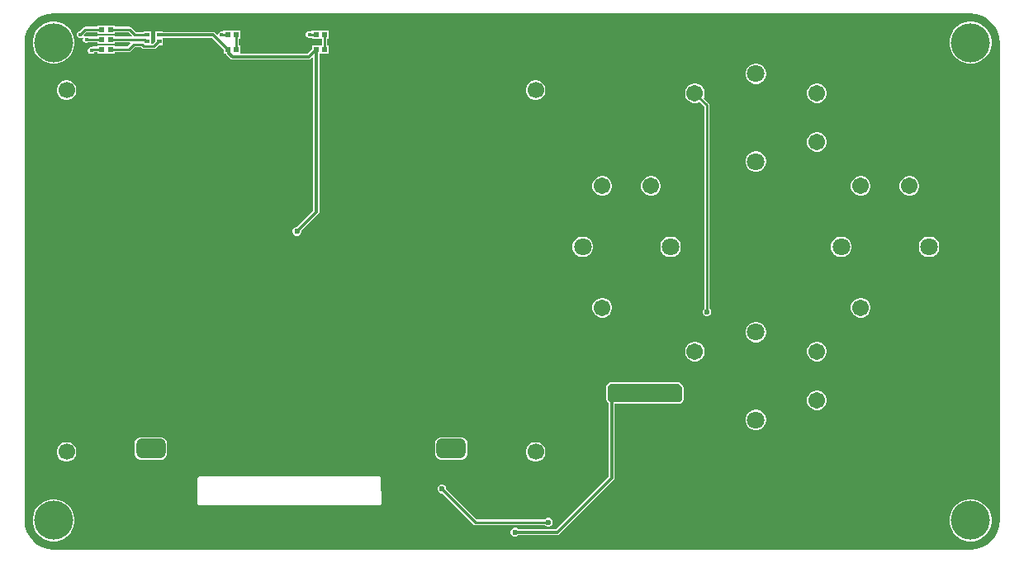
<source format=gbr>
%TF.GenerationSoftware,Altium Limited,Altium Designer,22.5.1 (42)*%
G04 Layer_Physical_Order=1*
G04 Layer_Color=255*
%FSLAX45Y45*%
%MOMM*%
%TF.SameCoordinates,ADDB7551-072C-4BAF-947E-D85C9ED3ECA7*%
%TF.FilePolarity,Positive*%
%TF.FileFunction,Copper,L1,Top,Signal*%
%TF.Part,Single*%
G01*
G75*
%TA.AperFunction,SMDPad,CuDef*%
%ADD10R,0.56566X0.54000*%
%ADD11R,0.50000X0.40000*%
%TA.AperFunction,Conductor*%
%ADD12C,0.25400*%
%ADD13C,0.30000*%
%TA.AperFunction,ComponentPad*%
G04:AMPARAMS|DCode=14|XSize=3mm|YSize=2mm|CornerRadius=0.5mm|HoleSize=0mm|Usage=FLASHONLY|Rotation=0.000|XOffset=0mm|YOffset=0mm|HoleType=Round|Shape=RoundedRectangle|*
%AMROUNDEDRECTD14*
21,1,3.00000,1.00000,0,0,0.0*
21,1,2.00000,2.00000,0,0,0.0*
1,1,1.00000,1.00000,-0.50000*
1,1,1.00000,-1.00000,-0.50000*
1,1,1.00000,-1.00000,0.50000*
1,1,1.00000,1.00000,0.50000*
%
%ADD14ROUNDEDRECTD14*%
%ADD15C,1.70000*%
%ADD16C,1.70790*%
%ADD17C,1.80000*%
%TA.AperFunction,ViaPad*%
%ADD18C,4.00000*%
%ADD19C,0.60000*%
%ADD20C,0.40000*%
G36*
X9758526Y5494235D02*
X9814804Y5477164D01*
X9866670Y5449441D01*
X9912131Y5412132D01*
X9949440Y5366671D01*
X9977163Y5314805D01*
X9994235Y5258527D01*
X9999998Y5200000D01*
X9999999Y299999D01*
X9994235Y241473D01*
X9977163Y185194D01*
X9949440Y133329D01*
X9912132Y87868D01*
X9866671Y50559D01*
X9814804Y22836D01*
X9758527Y5764D01*
X9699999Y0D01*
X300000Y-1D01*
X241472Y5764D01*
X185194Y22835D01*
X133328Y50558D01*
X87867Y87867D01*
X50559Y133328D01*
X22835Y185194D01*
X5764Y241472D01*
X-1Y299999D01*
X-1Y5199999D01*
X5764Y5258526D01*
X22835Y5314804D01*
X50558Y5366670D01*
X87867Y5412131D01*
X133328Y5449440D01*
X185193Y5477163D01*
X241472Y5494234D01*
X299999Y5499999D01*
X9699999Y5500000D01*
X9758526Y5494235D01*
D02*
G37*
%LPC*%
G36*
X924764Y5376000D02*
X751636D01*
Y5362243D01*
X622301D01*
X622300Y5362243D01*
X611492Y5360093D01*
X602329Y5353971D01*
X602329Y5353970D01*
X566558Y5318200D01*
X564538D01*
X551674Y5312872D01*
X541828Y5303026D01*
X536500Y5290162D01*
Y5276238D01*
X541828Y5263374D01*
X551674Y5253528D01*
X564538Y5248200D01*
X578462D01*
X591326Y5253528D01*
X592684Y5254887D01*
X603451Y5247693D01*
X600000Y5239362D01*
Y5225438D01*
X605328Y5212574D01*
X615174Y5202728D01*
X628038Y5197400D01*
X641962D01*
X654826Y5202728D01*
X656255Y5204157D01*
X751636D01*
Y5190400D01*
X924764D01*
Y5204157D01*
X1082255D01*
X1087516Y5191457D01*
X1055101Y5159043D01*
X924764D01*
Y5172800D01*
X751636D01*
Y5159043D01*
X702452D01*
X702451Y5159043D01*
X691643Y5156893D01*
X685966Y5153100D01*
X678838D01*
X665974Y5147772D01*
X656128Y5137926D01*
X650800Y5125062D01*
Y5111138D01*
X656128Y5098274D01*
X665974Y5088428D01*
X678838Y5083100D01*
X692762D01*
X705626Y5088428D01*
X715472Y5098274D01*
X717246Y5102557D01*
X751636D01*
Y5088800D01*
X924764D01*
Y5102557D01*
X1066799D01*
X1066800Y5102557D01*
X1077608Y5104707D01*
X1086771Y5110829D01*
X1129298Y5153357D01*
X1193432D01*
X1204360Y5142429D01*
X1204361Y5142428D01*
X1213524Y5136306D01*
X1224332Y5134156D01*
X1328094D01*
X1328095Y5134156D01*
X1338903Y5136306D01*
X1348066Y5142428D01*
X1380736Y5175099D01*
X1420795D01*
X1420795Y5245098D01*
X1431666Y5249514D01*
X1921883D01*
X2041854Y5129543D01*
Y5088800D01*
X2068027D01*
X2070160Y5078075D01*
X2076791Y5068151D01*
X2111971Y5032972D01*
X2111971Y5032971D01*
X2121895Y5026341D01*
X2133600Y5024012D01*
X2133601Y5024012D01*
X2914534D01*
X2914536Y5024012D01*
X2926241Y5026341D01*
X2936165Y5032971D01*
X2949697Y5046504D01*
X2961431Y5041644D01*
Y3474588D01*
X2795742Y3308900D01*
X2785049D01*
X2768510Y3302049D01*
X2755851Y3289390D01*
X2749000Y3272851D01*
Y3254949D01*
X2755851Y3238410D01*
X2768510Y3225751D01*
X2785049Y3218900D01*
X2802951D01*
X2819490Y3225751D01*
X2832149Y3238410D01*
X2839000Y3254949D01*
Y3265642D01*
X3013647Y3440290D01*
X3020278Y3450213D01*
X3022606Y3461918D01*
X3022606Y3461920D01*
Y5088800D01*
X3121864D01*
Y5172800D01*
X3106824D01*
Y5241200D01*
X3121864D01*
Y5325200D01*
X2948736D01*
Y5322295D01*
X2947621Y5320968D01*
X2936035Y5314856D01*
X2927962Y5318200D01*
X2914038D01*
X2901174Y5312872D01*
X2891328Y5303026D01*
X2886000Y5290162D01*
Y5276238D01*
X2891328Y5263374D01*
X2901174Y5253528D01*
X2914038Y5248200D01*
X2927962D01*
X2936035Y5251544D01*
X2947621Y5245432D01*
X2948736Y5244105D01*
Y5241200D01*
X3050339D01*
Y5172800D01*
X2948736D01*
Y5132058D01*
X2901866Y5085188D01*
X2226187D01*
X2214983Y5088800D01*
Y5172800D01*
X2199943D01*
Y5241200D01*
X2214983D01*
Y5325200D01*
X2041854D01*
Y5322076D01*
X2029165Y5313585D01*
X2015242D01*
X2002378Y5308257D01*
X1992532Y5298411D01*
X1988118Y5287754D01*
X1979959Y5284327D01*
X1974504Y5283408D01*
X1956182Y5301730D01*
X1946258Y5308360D01*
X1934553Y5310689D01*
X1934552Y5310689D01*
X1420795D01*
Y5315101D01*
X1340795D01*
X1340795Y5245101D01*
X1340795Y5232401D01*
Y5215040D01*
X1316396Y5190642D01*
X1300805D01*
Y5232401D01*
X1300805Y5245098D01*
X1300806D01*
Y5245102D01*
X1300805D01*
Y5315101D01*
X1220805D01*
Y5308344D01*
X1145098D01*
X1099471Y5353971D01*
X1090308Y5360093D01*
X1079500Y5362243D01*
X1079499Y5362243D01*
X924764D01*
Y5376000D01*
D02*
G37*
G36*
X9721176Y5415000D02*
X9678824D01*
X9637287Y5406738D01*
X9598159Y5390530D01*
X9562946Y5367001D01*
X9532998Y5337054D01*
X9509469Y5301841D01*
X9493262Y5262713D01*
X9485000Y5221176D01*
Y5178824D01*
X9493262Y5137287D01*
X9509469Y5098159D01*
X9532998Y5062946D01*
X9562946Y5032999D01*
X9598159Y5009470D01*
X9637287Y4993262D01*
X9678824Y4985000D01*
X9721176D01*
X9762713Y4993262D01*
X9801840Y5009470D01*
X9837054Y5032999D01*
X9867001Y5062946D01*
X9890530Y5098159D01*
X9906738Y5137287D01*
X9915000Y5178824D01*
Y5221176D01*
X9906738Y5262713D01*
X9890530Y5301841D01*
X9867001Y5337054D01*
X9837054Y5367001D01*
X9801840Y5390530D01*
X9762713Y5406738D01*
X9721176Y5415000D01*
D02*
G37*
G36*
X321176D02*
X278824D01*
X237287Y5406738D01*
X198159Y5390530D01*
X162946Y5367001D01*
X132998Y5337054D01*
X109469Y5301841D01*
X93262Y5262713D01*
X85000Y5221176D01*
Y5178824D01*
X93262Y5137287D01*
X109469Y5098159D01*
X132998Y5062946D01*
X162946Y5032999D01*
X198159Y5009470D01*
X237287Y4993262D01*
X278824Y4985000D01*
X321176D01*
X362713Y4993262D01*
X401840Y5009470D01*
X437054Y5032999D01*
X467001Y5062946D01*
X490530Y5098159D01*
X506738Y5137287D01*
X515000Y5178824D01*
Y5221176D01*
X506738Y5262713D01*
X490530Y5301841D01*
X467001Y5337054D01*
X437054Y5367001D01*
X401840Y5390530D01*
X362713Y5406738D01*
X321176Y5415000D01*
D02*
G37*
G36*
X7513423Y4985600D02*
X7485776D01*
X7459071Y4978444D01*
X7435129Y4964621D01*
X7415579Y4945072D01*
X7401756Y4921129D01*
X7394600Y4894424D01*
Y4866777D01*
X7401756Y4840072D01*
X7415579Y4816129D01*
X7435129Y4796580D01*
X7459071Y4782756D01*
X7485776Y4775601D01*
X7513423D01*
X7540128Y4782756D01*
X7564071Y4796580D01*
X7583621Y4816129D01*
X7597444Y4840072D01*
X7604600Y4866777D01*
Y4894424D01*
X7597444Y4921129D01*
X7583621Y4945072D01*
X7564071Y4964621D01*
X7540128Y4978444D01*
X7513423Y4985600D01*
D02*
G37*
G36*
X5254865Y4812737D02*
X5228535D01*
X5203102Y4805922D01*
X5180299Y4792756D01*
X5161680Y4774138D01*
X5148515Y4751335D01*
X5141700Y4725902D01*
Y4699571D01*
X5148515Y4674138D01*
X5161680Y4651336D01*
X5180299Y4632717D01*
X5203102Y4619552D01*
X5228535Y4612737D01*
X5254865D01*
X5280298Y4619552D01*
X5303101Y4632717D01*
X5321720Y4651336D01*
X5334885Y4674138D01*
X5341700Y4699571D01*
Y4725902D01*
X5334885Y4751335D01*
X5321720Y4774138D01*
X5303101Y4792756D01*
X5280298Y4805922D01*
X5254865Y4812737D01*
D02*
G37*
G36*
X444865D02*
X418535D01*
X393102Y4805922D01*
X370299Y4792756D01*
X351680Y4774138D01*
X338515Y4751335D01*
X331700Y4725902D01*
Y4699571D01*
X338515Y4674138D01*
X351680Y4651336D01*
X370299Y4632717D01*
X393102Y4619552D01*
X418535Y4612737D01*
X444865D01*
X470298Y4619552D01*
X493101Y4632717D01*
X511720Y4651336D01*
X524885Y4674138D01*
X531700Y4699571D01*
Y4725902D01*
X524885Y4751335D01*
X511720Y4774138D01*
X493101Y4792756D01*
X470298Y4805922D01*
X444865Y4812737D01*
D02*
G37*
G36*
X8137817Y4780995D02*
X8111383D01*
X8085849Y4774153D01*
X8062956Y4760936D01*
X8044264Y4742244D01*
X8031047Y4719351D01*
X8024205Y4693817D01*
Y4667383D01*
X8031047Y4641849D01*
X8044264Y4618956D01*
X8062956Y4600264D01*
X8085849Y4587047D01*
X8111383Y4580205D01*
X8137817D01*
X8163351Y4587047D01*
X8186244Y4600264D01*
X8204936Y4618956D01*
X8218153Y4641849D01*
X8224995Y4667383D01*
Y4693817D01*
X8218153Y4719351D01*
X8204936Y4742244D01*
X8186244Y4760936D01*
X8163351Y4774153D01*
X8137817Y4780995D01*
D02*
G37*
G36*
Y4280995D02*
X8111383D01*
X8085849Y4274153D01*
X8062956Y4260936D01*
X8044264Y4242244D01*
X8031047Y4219351D01*
X8024205Y4193817D01*
Y4167383D01*
X8031047Y4141849D01*
X8044264Y4118956D01*
X8062956Y4100264D01*
X8085849Y4087047D01*
X8111383Y4080205D01*
X8137817D01*
X8163351Y4087047D01*
X8186244Y4100264D01*
X8204936Y4118956D01*
X8218153Y4141849D01*
X8224995Y4167383D01*
Y4193817D01*
X8218153Y4219351D01*
X8204936Y4242244D01*
X8186244Y4260936D01*
X8163351Y4274153D01*
X8137817Y4280995D01*
D02*
G37*
G36*
X7513423Y4085599D02*
X7485776D01*
X7459071Y4078444D01*
X7435129Y4064620D01*
X7415579Y4045071D01*
X7401756Y4021128D01*
X7394600Y3994423D01*
Y3966776D01*
X7401756Y3940071D01*
X7415579Y3916128D01*
X7435129Y3896579D01*
X7459071Y3882756D01*
X7485776Y3875600D01*
X7513423D01*
X7540128Y3882756D01*
X7564071Y3896579D01*
X7583621Y3916128D01*
X7597444Y3940071D01*
X7604600Y3966776D01*
Y3994423D01*
X7597444Y4021128D01*
X7583621Y4045071D01*
X7564071Y4064620D01*
X7540128Y4078444D01*
X7513423Y4085599D01*
D02*
G37*
G36*
X9087817Y3830995D02*
X9061383D01*
X9035849Y3824153D01*
X9012956Y3810936D01*
X8994264Y3792244D01*
X8981047Y3769351D01*
X8974205Y3743817D01*
Y3717383D01*
X8981047Y3691849D01*
X8994264Y3668956D01*
X9012956Y3650264D01*
X9035849Y3637047D01*
X9061383Y3630205D01*
X9087817D01*
X9113351Y3637047D01*
X9136244Y3650264D01*
X9154936Y3668956D01*
X9168153Y3691849D01*
X9174995Y3717383D01*
Y3743817D01*
X9168153Y3769351D01*
X9154936Y3792244D01*
X9136244Y3810936D01*
X9113351Y3824153D01*
X9087817Y3830995D01*
D02*
G37*
G36*
X8587817D02*
X8561383D01*
X8535849Y3824153D01*
X8512956Y3810936D01*
X8494264Y3792244D01*
X8481047Y3769351D01*
X8474205Y3743817D01*
Y3717383D01*
X8481047Y3691849D01*
X8494264Y3668956D01*
X8512956Y3650264D01*
X8535849Y3637047D01*
X8561383Y3630205D01*
X8587817D01*
X8613351Y3637047D01*
X8636244Y3650264D01*
X8654936Y3668956D01*
X8668153Y3691849D01*
X8674995Y3717383D01*
Y3743817D01*
X8668153Y3769351D01*
X8654936Y3792244D01*
X8636244Y3810936D01*
X8613351Y3824153D01*
X8587817Y3830995D01*
D02*
G37*
G36*
X6437817D02*
X6411383D01*
X6385849Y3824153D01*
X6362956Y3810936D01*
X6344264Y3792244D01*
X6331047Y3769351D01*
X6324205Y3743817D01*
Y3717383D01*
X6331047Y3691849D01*
X6344264Y3668956D01*
X6362956Y3650264D01*
X6385849Y3637047D01*
X6411383Y3630205D01*
X6437817D01*
X6463351Y3637047D01*
X6486244Y3650264D01*
X6504936Y3668956D01*
X6518153Y3691849D01*
X6524995Y3717383D01*
Y3743817D01*
X6518153Y3769351D01*
X6504936Y3792244D01*
X6486244Y3810936D01*
X6463351Y3824153D01*
X6437817Y3830995D01*
D02*
G37*
G36*
X5937817D02*
X5911383D01*
X5885849Y3824153D01*
X5862956Y3810936D01*
X5844264Y3792244D01*
X5831047Y3769351D01*
X5824205Y3743817D01*
Y3717383D01*
X5831047Y3691849D01*
X5844264Y3668956D01*
X5862956Y3650264D01*
X5885849Y3637047D01*
X5911383Y3630205D01*
X5937817D01*
X5963351Y3637047D01*
X5986244Y3650264D01*
X6004936Y3668956D01*
X6018153Y3691849D01*
X6024995Y3717383D01*
Y3743817D01*
X6018153Y3769351D01*
X6004936Y3792244D01*
X5986244Y3810936D01*
X5963351Y3824153D01*
X5937817Y3830995D01*
D02*
G37*
G36*
X9288424Y3210600D02*
X9260777D01*
X9234072Y3203444D01*
X9210129Y3189621D01*
X9190580Y3170071D01*
X9176756Y3146129D01*
X9169600Y3119424D01*
Y3091777D01*
X9176756Y3065072D01*
X9190580Y3041129D01*
X9210129Y3021579D01*
X9234072Y3007756D01*
X9260777Y3000600D01*
X9288424D01*
X9315129Y3007756D01*
X9339071Y3021579D01*
X9358621Y3041129D01*
X9372444Y3065072D01*
X9379600Y3091777D01*
Y3119424D01*
X9372444Y3146129D01*
X9358621Y3170071D01*
X9339071Y3189621D01*
X9315129Y3203444D01*
X9288424Y3210600D01*
D02*
G37*
G36*
X8388423D02*
X8360777D01*
X8334071Y3203444D01*
X8310129Y3189621D01*
X8290579Y3170071D01*
X8276756Y3146129D01*
X8269600Y3119424D01*
Y3091777D01*
X8276756Y3065072D01*
X8290579Y3041129D01*
X8310129Y3021579D01*
X8334071Y3007756D01*
X8360777Y3000600D01*
X8388423D01*
X8415128Y3007756D01*
X8439071Y3021579D01*
X8458621Y3041129D01*
X8472444Y3065072D01*
X8479600Y3091777D01*
Y3119424D01*
X8472444Y3146129D01*
X8458621Y3170071D01*
X8439071Y3189621D01*
X8415128Y3203444D01*
X8388423Y3210600D01*
D02*
G37*
G36*
X6638424D02*
X6610777D01*
X6584072Y3203444D01*
X6560129Y3189621D01*
X6540580Y3170071D01*
X6526756Y3146129D01*
X6519600Y3119424D01*
Y3091777D01*
X6526756Y3065072D01*
X6540580Y3041129D01*
X6560129Y3021579D01*
X6584072Y3007756D01*
X6610777Y3000600D01*
X6638424D01*
X6665129Y3007756D01*
X6689071Y3021579D01*
X6708621Y3041129D01*
X6722444Y3065072D01*
X6729600Y3091777D01*
Y3119424D01*
X6722444Y3146129D01*
X6708621Y3170071D01*
X6689071Y3189621D01*
X6665129Y3203444D01*
X6638424Y3210600D01*
D02*
G37*
G36*
X5738423D02*
X5710776D01*
X5684071Y3203444D01*
X5660129Y3189621D01*
X5640579Y3170071D01*
X5626756Y3146129D01*
X5619600Y3119424D01*
Y3091777D01*
X5626756Y3065072D01*
X5640579Y3041129D01*
X5660129Y3021579D01*
X5684071Y3007756D01*
X5710776Y3000600D01*
X5738423D01*
X5765128Y3007756D01*
X5789071Y3021579D01*
X5808621Y3041129D01*
X5822444Y3065072D01*
X5829600Y3091777D01*
Y3119424D01*
X5822444Y3146129D01*
X5808621Y3170071D01*
X5789071Y3189621D01*
X5765128Y3203444D01*
X5738423Y3210600D01*
D02*
G37*
G36*
X6887817Y4780995D02*
X6861383D01*
X6835849Y4774153D01*
X6812956Y4760936D01*
X6794264Y4742244D01*
X6781047Y4719351D01*
X6774205Y4693817D01*
Y4667383D01*
X6781047Y4641849D01*
X6794264Y4618956D01*
X6812956Y4600264D01*
X6835849Y4587047D01*
X6861383Y4580205D01*
X6887817D01*
X6913351Y4587047D01*
X6922772Y4592486D01*
X6969457Y4545801D01*
Y2473797D01*
X6959551Y2463890D01*
X6952700Y2447351D01*
Y2429449D01*
X6959551Y2412910D01*
X6972210Y2400251D01*
X6988749Y2393400D01*
X7006651D01*
X7023190Y2400251D01*
X7035849Y2412910D01*
X7042700Y2429449D01*
Y2447351D01*
X7035849Y2463890D01*
X7025943Y2473797D01*
Y4557499D01*
X7025943Y4557500D01*
X7023793Y4568308D01*
X7017671Y4577471D01*
X6962714Y4632428D01*
X6968153Y4641849D01*
X6974995Y4667383D01*
Y4693817D01*
X6968153Y4719351D01*
X6954936Y4742244D01*
X6936244Y4760936D01*
X6913351Y4774153D01*
X6887817Y4780995D01*
D02*
G37*
G36*
X8587817Y2580995D02*
X8561383D01*
X8535849Y2574153D01*
X8512956Y2560936D01*
X8494264Y2542244D01*
X8481047Y2519351D01*
X8474205Y2493817D01*
Y2467383D01*
X8481047Y2441849D01*
X8494264Y2418956D01*
X8512956Y2400264D01*
X8535849Y2387047D01*
X8561383Y2380205D01*
X8587817D01*
X8613351Y2387047D01*
X8636244Y2400264D01*
X8654936Y2418956D01*
X8668153Y2441849D01*
X8674995Y2467383D01*
Y2493817D01*
X8668153Y2519351D01*
X8654936Y2542244D01*
X8636244Y2560936D01*
X8613351Y2574153D01*
X8587817Y2580995D01*
D02*
G37*
G36*
X5937817D02*
X5911383D01*
X5885849Y2574153D01*
X5862956Y2560936D01*
X5844264Y2542244D01*
X5831047Y2519351D01*
X5824205Y2493817D01*
Y2467383D01*
X5831047Y2441849D01*
X5844264Y2418956D01*
X5862956Y2400264D01*
X5885849Y2387047D01*
X5911383Y2380205D01*
X5937817D01*
X5963351Y2387047D01*
X5986244Y2400264D01*
X6004936Y2418956D01*
X6018153Y2441849D01*
X6024995Y2467383D01*
Y2493817D01*
X6018153Y2519351D01*
X6004936Y2542244D01*
X5986244Y2560936D01*
X5963351Y2574153D01*
X5937817Y2580995D01*
D02*
G37*
G36*
X7513423Y2335600D02*
X7485776D01*
X7459071Y2328444D01*
X7435129Y2314621D01*
X7415579Y2295071D01*
X7401756Y2271129D01*
X7394600Y2244424D01*
Y2216777D01*
X7401756Y2190072D01*
X7415579Y2166129D01*
X7435129Y2146579D01*
X7459071Y2132756D01*
X7485776Y2125600D01*
X7513423D01*
X7540128Y2132756D01*
X7564071Y2146579D01*
X7583621Y2166129D01*
X7597444Y2190072D01*
X7604600Y2216777D01*
Y2244424D01*
X7597444Y2271129D01*
X7583621Y2295071D01*
X7564071Y2314621D01*
X7540128Y2328444D01*
X7513423Y2335600D01*
D02*
G37*
G36*
X8137817Y2130995D02*
X8111383D01*
X8085849Y2124153D01*
X8062956Y2110936D01*
X8044264Y2092244D01*
X8031047Y2069351D01*
X8024205Y2043817D01*
Y2017383D01*
X8031047Y1991849D01*
X8044264Y1968956D01*
X8062956Y1950264D01*
X8085849Y1937047D01*
X8111383Y1930205D01*
X8137817D01*
X8163351Y1937047D01*
X8186244Y1950264D01*
X8204936Y1968956D01*
X8218153Y1991849D01*
X8224995Y2017383D01*
Y2043817D01*
X8218153Y2069351D01*
X8204936Y2092244D01*
X8186244Y2110936D01*
X8163351Y2124153D01*
X8137817Y2130995D01*
D02*
G37*
G36*
X6887817D02*
X6861383D01*
X6835849Y2124153D01*
X6812956Y2110936D01*
X6794264Y2092244D01*
X6781047Y2069351D01*
X6774205Y2043817D01*
Y2017383D01*
X6781047Y1991849D01*
X6794264Y1968956D01*
X6812956Y1950264D01*
X6835849Y1937047D01*
X6861383Y1930205D01*
X6887817D01*
X6913351Y1937047D01*
X6936244Y1950264D01*
X6954936Y1968956D01*
X6968153Y1991849D01*
X6974995Y2017383D01*
Y2043817D01*
X6968153Y2069351D01*
X6954936Y2092244D01*
X6936244Y2110936D01*
X6913351Y2124153D01*
X6887817Y2130995D01*
D02*
G37*
G36*
X8137817Y1630995D02*
X8111383D01*
X8085849Y1624153D01*
X8062956Y1610936D01*
X8044264Y1592244D01*
X8031047Y1569351D01*
X8024205Y1543817D01*
Y1517383D01*
X8031047Y1491849D01*
X8044264Y1468956D01*
X8062956Y1450264D01*
X8085849Y1437047D01*
X8111383Y1430205D01*
X8137817D01*
X8163351Y1437047D01*
X8186244Y1450264D01*
X8204936Y1468956D01*
X8218153Y1491849D01*
X8224995Y1517383D01*
Y1543817D01*
X8218153Y1569351D01*
X8204936Y1592244D01*
X8186244Y1610936D01*
X8163351Y1624153D01*
X8137817Y1630995D01*
D02*
G37*
G36*
X7513423Y1435600D02*
X7485776D01*
X7459071Y1428444D01*
X7435129Y1414620D01*
X7415579Y1395071D01*
X7401756Y1371128D01*
X7394600Y1344423D01*
Y1316776D01*
X7401756Y1290071D01*
X7415579Y1266129D01*
X7435129Y1246579D01*
X7459071Y1232756D01*
X7485776Y1225600D01*
X7513423D01*
X7540128Y1232756D01*
X7564071Y1246579D01*
X7583621Y1266129D01*
X7597444Y1290071D01*
X7604600Y1316776D01*
Y1344423D01*
X7597444Y1371128D01*
X7583621Y1395071D01*
X7564071Y1414620D01*
X7540128Y1428444D01*
X7513423Y1435600D01*
D02*
G37*
G36*
X4476700Y1153298D02*
X4276700D01*
X4259731Y1151064D01*
X4243919Y1144514D01*
X4230342Y1134096D01*
X4219923Y1120517D01*
X4213373Y1104706D01*
X4211139Y1087737D01*
Y987737D01*
X4213373Y970768D01*
X4219923Y954957D01*
X4230342Y941379D01*
X4243919Y930960D01*
X4259731Y924410D01*
X4276700Y922176D01*
X4476700D01*
X4493668Y924410D01*
X4509480Y930960D01*
X4523058Y941379D01*
X4533477Y954957D01*
X4540027Y970768D01*
X4542261Y987737D01*
Y1087737D01*
X4540027Y1104706D01*
X4533477Y1120517D01*
X4523058Y1134096D01*
X4509480Y1144514D01*
X4493668Y1151064D01*
X4476700Y1153298D01*
D02*
G37*
G36*
X1396700D02*
X1196700D01*
X1179731Y1151064D01*
X1163919Y1144514D01*
X1150342Y1134096D01*
X1139923Y1120517D01*
X1133373Y1104706D01*
X1131139Y1087737D01*
Y987737D01*
X1133373Y970768D01*
X1139923Y954957D01*
X1150342Y941379D01*
X1163919Y930960D01*
X1179731Y924410D01*
X1196700Y922176D01*
X1396700D01*
X1413668Y924410D01*
X1429481Y930960D01*
X1443058Y941379D01*
X1453477Y954957D01*
X1460027Y970768D01*
X1462261Y987737D01*
Y1087737D01*
X1460027Y1104706D01*
X1453477Y1120517D01*
X1443058Y1134096D01*
X1429481Y1144514D01*
X1413668Y1151064D01*
X1396700Y1153298D01*
D02*
G37*
G36*
X5254865Y1102737D02*
X5228535D01*
X5203102Y1095922D01*
X5180299Y1082757D01*
X5161680Y1064138D01*
X5148515Y1041335D01*
X5141700Y1015902D01*
Y989572D01*
X5148515Y964139D01*
X5161680Y941336D01*
X5180299Y922717D01*
X5203102Y909552D01*
X5228535Y902737D01*
X5254865D01*
X5280298Y909552D01*
X5303101Y922717D01*
X5321720Y941336D01*
X5334885Y964139D01*
X5341700Y989572D01*
Y1015902D01*
X5334885Y1041335D01*
X5321720Y1064138D01*
X5303101Y1082757D01*
X5280298Y1095922D01*
X5254865Y1102737D01*
D02*
G37*
G36*
X444865D02*
X418535D01*
X393102Y1095922D01*
X370299Y1082757D01*
X351680Y1064138D01*
X338515Y1041335D01*
X331700Y1015902D01*
Y989572D01*
X338515Y964139D01*
X351680Y941336D01*
X370299Y922717D01*
X393102Y909552D01*
X418535Y902737D01*
X444865D01*
X470298Y909552D01*
X493101Y922717D01*
X511720Y941336D01*
X524885Y964139D01*
X531700Y989572D01*
Y1015902D01*
X524885Y1041335D01*
X511720Y1064138D01*
X493101Y1082757D01*
X470298Y1095922D01*
X444865Y1102737D01*
D02*
G37*
G36*
X3638804Y750466D02*
X1790700D01*
X1779219Y745711D01*
X1774464Y734230D01*
Y469900D01*
X1779219Y458419D01*
X1790700Y453664D01*
X3641855D01*
X3641948Y453703D01*
X3642042Y453665D01*
X3647667Y456072D01*
X3653335Y458419D01*
X3653374Y458513D01*
X3653467Y458553D01*
X3655747Y464243D01*
X3658090Y469900D01*
X3658052Y469993D01*
X3658089Y470087D01*
X3655039Y734418D01*
X3652628Y740052D01*
X3650284Y745711D01*
X3650191Y745750D01*
X3650151Y745843D01*
X3644461Y748123D01*
X3638804Y750466D01*
D02*
G37*
G36*
X4288851Y667300D02*
X4270949D01*
X4254410Y660449D01*
X4241751Y647790D01*
X4234900Y631251D01*
Y613349D01*
X4241751Y596810D01*
X4254410Y584151D01*
X4270949Y577300D01*
X4284958D01*
X4602829Y259430D01*
X4602829Y259429D01*
X4611992Y253307D01*
X4622800Y251157D01*
X5336703D01*
X5346610Y241251D01*
X5363149Y234400D01*
X5381051D01*
X5397590Y241251D01*
X5410249Y253910D01*
X5417100Y270449D01*
Y288351D01*
X5410249Y304890D01*
X5397590Y317549D01*
X5381051Y324400D01*
X5363149D01*
X5346610Y317549D01*
X5336703Y307643D01*
X4634498D01*
X4324900Y617242D01*
Y631251D01*
X4318049Y647790D01*
X4305390Y660449D01*
X4288851Y667300D01*
D02*
G37*
G36*
X6705600Y1718036D02*
X6007100D01*
X5995619Y1713281D01*
X5970219Y1687880D01*
X5965464Y1676400D01*
Y1536700D01*
X5970219Y1525219D01*
X5970220Y1525219D01*
X5989212Y1506227D01*
Y749270D01*
X5448330Y208388D01*
X5062252D01*
X5054690Y215949D01*
X5038151Y222800D01*
X5020249D01*
X5003710Y215949D01*
X4991051Y203290D01*
X4984200Y186751D01*
Y168849D01*
X4991051Y152310D01*
X5003710Y139651D01*
X5020249Y132800D01*
X5038151D01*
X5054690Y139651D01*
X5062252Y147212D01*
X5460999D01*
X5461000Y147212D01*
X5472705Y149541D01*
X5482629Y156171D01*
X6041429Y714971D01*
X6048059Y724895D01*
X6050388Y736600D01*
X6050388Y736601D01*
Y1495064D01*
X6718300D01*
X6729780Y1499819D01*
X6755181Y1525219D01*
X6759936Y1536699D01*
Y1663700D01*
X6755181Y1675180D01*
X6717081Y1713281D01*
X6705600Y1718036D01*
D02*
G37*
G36*
X9721176Y515000D02*
X9678824D01*
X9637287Y506738D01*
X9598159Y490530D01*
X9562946Y467001D01*
X9532998Y437054D01*
X9509469Y401840D01*
X9493262Y362713D01*
X9485000Y321176D01*
Y278824D01*
X9493262Y237287D01*
X9509469Y198159D01*
X9532998Y162946D01*
X9562946Y132998D01*
X9598159Y109469D01*
X9637287Y93262D01*
X9678824Y85000D01*
X9721176D01*
X9762713Y93262D01*
X9801840Y109469D01*
X9837054Y132998D01*
X9867001Y162946D01*
X9890530Y198159D01*
X9906738Y237287D01*
X9915000Y278824D01*
Y321176D01*
X9906738Y362713D01*
X9890530Y401840D01*
X9867001Y437054D01*
X9837054Y467001D01*
X9801840Y490530D01*
X9762713Y506738D01*
X9721176Y515000D01*
D02*
G37*
G36*
X321176D02*
X278824D01*
X237287Y506738D01*
X198159Y490530D01*
X162946Y467001D01*
X132998Y437054D01*
X109469Y401840D01*
X93262Y362713D01*
X85000Y321176D01*
Y278824D01*
X93262Y237287D01*
X109469Y198159D01*
X132998Y162946D01*
X162946Y132998D01*
X198159Y109469D01*
X237287Y93262D01*
X278824Y85000D01*
X321176D01*
X362713Y93262D01*
X401840Y109469D01*
X437054Y132998D01*
X467001Y162946D01*
X490530Y198159D01*
X506738Y237287D01*
X515000Y278824D01*
Y321176D01*
X506738Y362713D01*
X490530Y401840D01*
X467001Y437054D01*
X437054Y467001D01*
X401840Y490530D01*
X362713Y506738D01*
X321176Y515000D01*
D02*
G37*
%LPD*%
G36*
X1101182Y5272376D02*
X1096322Y5260643D01*
X924764D01*
Y5274400D01*
X751636D01*
Y5260643D01*
X656255D01*
X654826Y5262072D01*
X641962Y5267400D01*
X628038D01*
X618541Y5263466D01*
X608868Y5269084D01*
X606853Y5271325D01*
X607272Y5279031D01*
X633998Y5305757D01*
X751636D01*
Y5292000D01*
X924764D01*
Y5305757D01*
X1067801D01*
X1101182Y5272376D01*
D02*
G37*
G36*
X6743700Y1663700D02*
Y1536700D01*
X6718300Y1511300D01*
X6007100D01*
X5981700Y1536700D01*
Y1676400D01*
X6007100Y1701800D01*
X6705600D01*
X6743700Y1663700D01*
D02*
G37*
D10*
X2992018Y5283200D02*
D03*
X3078582D02*
D03*
Y5130800D02*
D03*
X2992018D02*
D03*
X881482D02*
D03*
X794918D02*
D03*
X881482Y5232400D02*
D03*
X794918D02*
D03*
X881482Y5334000D02*
D03*
X794918D02*
D03*
X2085137Y5130800D02*
D03*
X2171700D02*
D03*
Y5283200D02*
D03*
X2085137D02*
D03*
D11*
X1380795Y5280101D02*
D03*
Y5210099D02*
D03*
X1260805D02*
D03*
Y5280101D02*
D03*
D12*
X6874600Y4680600D02*
X6997700Y4557500D01*
Y2438400D02*
Y4557500D01*
X4279900Y622300D02*
X4622800Y279400D01*
X5372100D01*
X2022204Y5278585D02*
X2024511Y5280893D01*
X2074744D01*
X2075065Y5280572D01*
X3078582Y5130800D02*
Y5283200D01*
X2171700Y5130800D02*
Y5283200D01*
X2921000D02*
X2992018D01*
X702451Y5130800D02*
X794918D01*
X685800Y5118100D02*
X689751D01*
X702451Y5130800D01*
X635000Y5232400D02*
X794918D01*
X571500Y5283200D02*
X622300Y5334000D01*
X794918D01*
X1205130Y5181600D02*
X1224332Y5162399D01*
X1117600Y5181600D02*
X1205130D01*
X1066800Y5130800D02*
X1117600Y5181600D01*
X1224332Y5162399D02*
X1328095D01*
X1375795Y5210099D02*
X1380795D01*
X1328095Y5162399D02*
X1375795Y5210099D01*
X881482Y5130800D02*
X1066800D01*
X881482Y5232400D02*
X1233504D01*
X1255805Y5210099D01*
X1260805D01*
X1079500Y5334000D02*
X1133399Y5280101D01*
X1260805D01*
X881482Y5334000D02*
X1079500D01*
D13*
X5461000Y177800D02*
X6019800Y736600D01*
Y1562100D02*
X6083300Y1625600D01*
X6019800Y736600D02*
Y1562100D01*
X2098420Y5089780D02*
Y5118800D01*
X2133600Y5054600D02*
X2914536D01*
X2098420Y5089780D02*
X2133600Y5054600D01*
X2085137Y5130800D02*
X2086419D01*
X2098420Y5118800D01*
X5029200Y177800D02*
X5461000D01*
X2992018Y3461918D02*
Y5130800D01*
X2794000Y3263900D02*
X2992018Y3461918D01*
X2914536Y5054600D02*
X2990736Y5130800D01*
X2083854D02*
X2086419D01*
X2990736D02*
X2992018D01*
X1934553Y5280101D02*
X2083854Y5130800D01*
X1380795Y5280101D02*
X1934553D01*
D14*
X4376700Y1037737D02*
D03*
X1296700D02*
D03*
D15*
X5241700Y1002737D02*
D03*
Y4712737D02*
D03*
X431700Y1002737D02*
D03*
Y4712737D02*
D03*
D16*
X6874600Y2030600D02*
D03*
Y1530600D02*
D03*
X8124600D02*
D03*
Y2030600D02*
D03*
X5924600Y2480600D02*
D03*
X6424600D02*
D03*
Y3730600D02*
D03*
X5924600D02*
D03*
X8574600Y2480600D02*
D03*
X9074600D02*
D03*
Y3730600D02*
D03*
X8574600D02*
D03*
X6874600Y4680600D02*
D03*
Y4180600D02*
D03*
X8124600D02*
D03*
Y4680600D02*
D03*
D17*
X7499600Y2230600D02*
D03*
Y1330600D02*
D03*
X5724600Y3105600D02*
D03*
X6624600D02*
D03*
X8374600D02*
D03*
X9274600D02*
D03*
X7499600Y4880600D02*
D03*
Y3980600D02*
D03*
D18*
X300000Y300000D02*
D03*
X9700000D02*
D03*
Y5200000D02*
D03*
X300000D02*
D03*
D19*
X203200Y2087034D02*
D03*
Y2840567D02*
D03*
Y3594100D02*
D03*
Y4347633D02*
D03*
X2048934Y4572000D02*
D03*
X2802467D02*
D03*
X3556000D02*
D03*
X4309533D02*
D03*
X3382434Y2070100D02*
D03*
X4135967D02*
D03*
X4889500D02*
D03*
X5643033D02*
D03*
X6722534Y914400D02*
D03*
X7476067D02*
D03*
X8229600D02*
D03*
X8983133D02*
D03*
X8962721Y314032D02*
D03*
X8209188D02*
D03*
X7455654D02*
D03*
X6702121D02*
D03*
X6997700Y2438400D02*
D03*
X5372100Y279400D02*
D03*
X5029200Y177800D02*
D03*
X6527800Y1625600D02*
D03*
X6235700D02*
D03*
X6375400D02*
D03*
X6083300D02*
D03*
X6692900D02*
D03*
X4279900Y622300D02*
D03*
X2692400Y3263900D02*
D03*
X2794000D02*
D03*
X3478309Y2985991D02*
D03*
X3886200Y3886200D02*
D03*
X3390900D02*
D03*
X3225800D02*
D03*
X2908300Y2946400D02*
D03*
X3517900Y3238500D02*
D03*
X3721100Y3886200D02*
D03*
X3556000D02*
D03*
X2501900Y3898900D02*
D03*
D20*
X1133093Y4035807D02*
D03*
X1301099Y5006851D02*
D03*
X1305307Y3393693D02*
D03*
X4064000Y749300D02*
D03*
X5461000Y317500D02*
D03*
X1295400Y2730500D02*
D03*
X863600Y5016500D02*
D03*
X1292607Y4536693D02*
D03*
X889000Y4546600D02*
D03*
X3746500Y444500D02*
D03*
X876300Y2781300D02*
D03*
X2022204Y5278585D02*
D03*
X2921000Y5283200D02*
D03*
X889000Y3378200D02*
D03*
Y4038600D02*
D03*
X685800Y5118100D02*
D03*
X635000Y5232400D02*
D03*
X571500Y5283200D02*
D03*
%TF.MD5,6f434850a770ead2441fc77334831fb5*%
M02*

</source>
